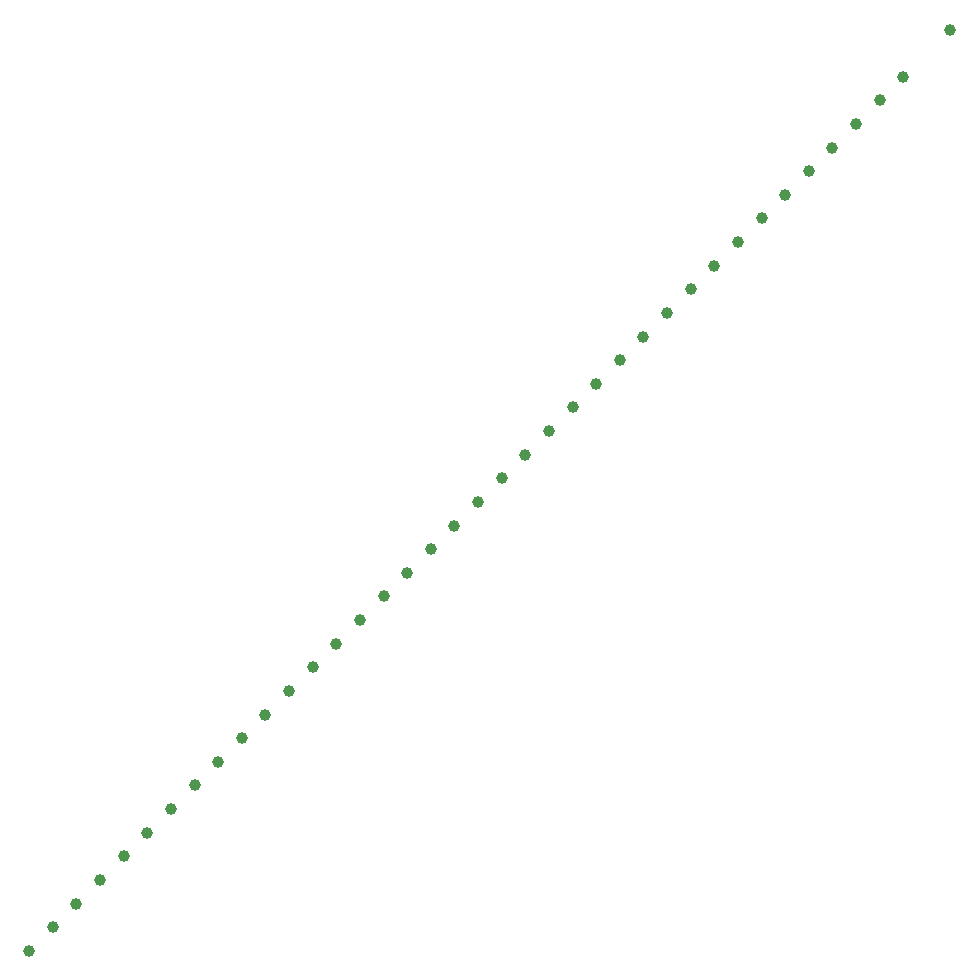
<source format=gbr>
G04 Examples for testing time performance of Gerber parsers*
%FSLAX26Y26*%
%MOMM*%
%ADD10C,1*%
%LPD*%
D10*
X0Y0D03*
X78000000Y78000000D03*
X2000000Y2000000D03*
X4000000Y4000000D03*
X6000000Y6000000D03*
X8000000Y8000000D03*
X10000000Y10000000D03*
X12000000Y12000000D03*
X14000000Y14000000D03*
X16000000Y16000000D03*
X18000000Y18000000D03*
X20000000Y20000000D03*
X22000000Y22000000D03*
X24000000Y24000000D03*
X26000000Y26000000D03*
X28000000Y28000000D03*
X30000000Y30000000D03*
X32000000Y32000000D03*
X34000000Y34000000D03*
X36000000Y36000000D03*
X38000000Y38000000D03*
X40000000Y40000000D03*
X42000000Y42000000D03*
X44000000Y44000000D03*
X46000000Y46000000D03*
X48000000Y48000000D03*
X50000000Y50000000D03*
X52000000Y52000000D03*
X54000000Y54000000D03*
X56000000Y56000000D03*
X58000000Y58000000D03*
X60000000Y60000000D03*
X62000000Y62000000D03*
X64000000Y64000000D03*
X66000000Y66000000D03*
X68000000Y68000000D03*
X70000000Y70000000D03*
X72000000Y72000000D03*
X74000000Y74000000D03*
M02*

</source>
